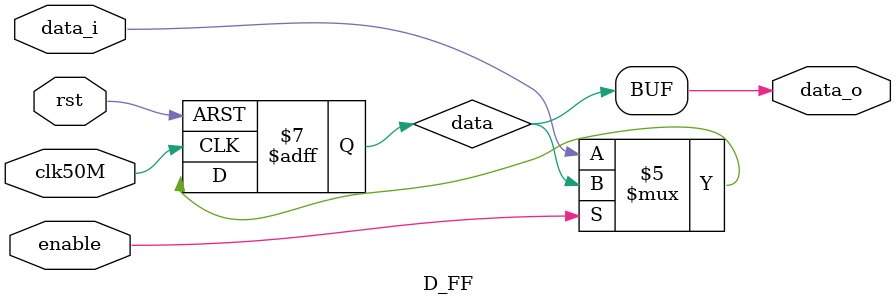
<source format=sv>
module D_FF
#(parameter WIDTH=1) // fill number of bits 
(
	input logic clk50M, rst, enable,
	input logic [WIDTH-1:0] data_i,
	output logic [WIDTH-1:0] data_o
);

/*logic clk;
clk_1Hz clk1hz ( .clk50M(clk50M), .clk(clk));*/

reg [WIDTH-1:0] data;
always_ff@ (posedge clk50M or negedge rst) 
	if (!rst) begin
		data <= 0;
	end else 
	if (!enable) begin
		data <= data_i;
	end else begin
		data <= data;
	end
assign data_o=data;
endmodule 
</source>
